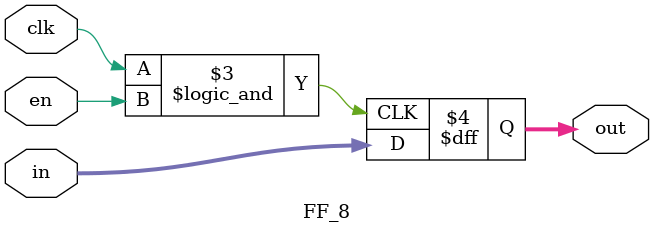
<source format=sv>
module FF_8 (input logic clk, en, input logic [7:0] in, output logic [7:0] out);

always_ff@(posedge clk && (en == 1)) out = in;

endmodule 
</source>
